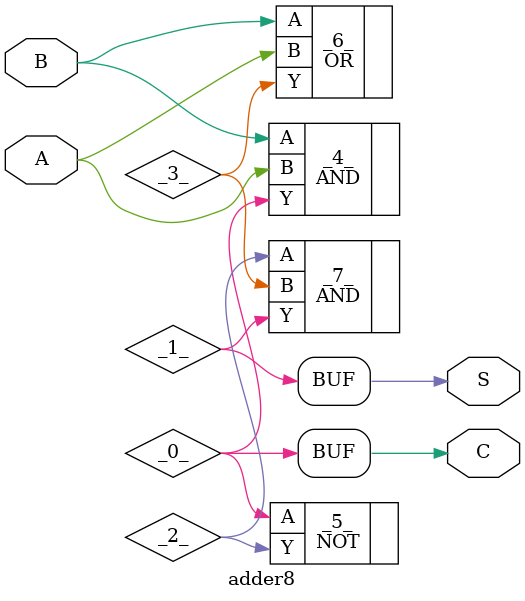
<source format=v>
/* Generated by Yosys 0.41+83 (git sha1 7045cf509, x86_64-w64-mingw32-g++ 13.2.1 -Os) */

/* cells_not_processed =  1  */
/* src = "adder8.v:2.1-25.10" */
module adder8(A, B, S, C);
  /* src = "adder8.v:6.5-24.8" */
  wire _0_;
  /* src = "adder8.v:6.5-24.8" */
  wire _1_;
  wire _2_;
  wire _3_;
  /* src = "adder8.v:3.11-3.12" */
  input A;
  wire A;
  /* src = "adder8.v:3.14-3.15" */
  input B;
  wire B;
  /* src = "adder8.v:4.19-4.20" */
  output C;
  reg C;
  /* src = "adder8.v:4.16-4.17" */
  output S;
  reg S;
  AND _4_ (
    .A(B),
    .B(A),
    .Y(_0_)
  );
  NOT _5_ (
    .A(_0_),
    .Y(_2_)
  );
  OR _6_ (
    .A(B),
    .B(A),
    .Y(_3_)
  );
  AND _7_ (
    .A(_2_),
    .B(_3_),
    .Y(_1_)
  );
  /* src = "adder8.v:6.5-24.8" */
  always @*
    if (!1'h0) C = _0_;
  /* src = "adder8.v:6.5-24.8" */
  always @*
    if (!1'h0) S = _1_;
endmodule

</source>
